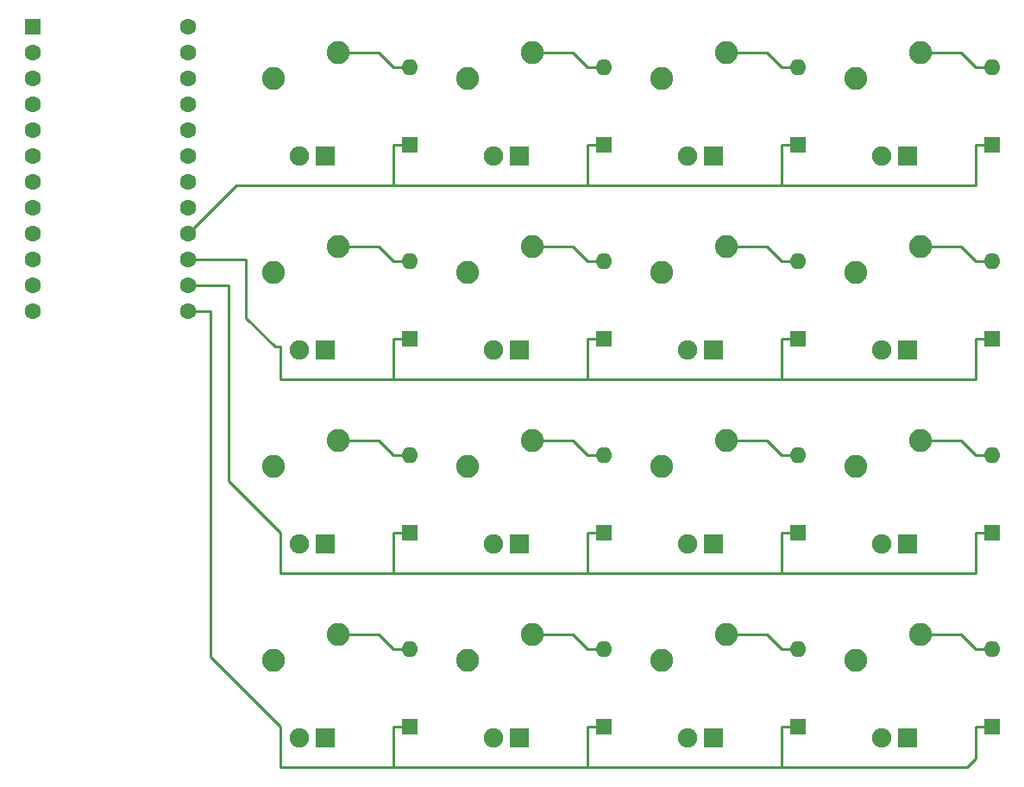
<source format=gbl>
G04 #@! TF.GenerationSoftware,KiCad,Pcbnew,(5.1.4)-1*
G04 #@! TF.CreationDate,2021-04-02T14:20:44+02:00*
G04 #@! TF.ProjectId,pcb-test,7063622d-7465-4737-942e-6b696361645f,rev?*
G04 #@! TF.SameCoordinates,Original*
G04 #@! TF.FileFunction,Copper,L2,Bot*
G04 #@! TF.FilePolarity,Positive*
%FSLAX46Y46*%
G04 Gerber Fmt 4.6, Leading zero omitted, Abs format (unit mm)*
G04 Created by KiCad (PCBNEW (5.1.4)-1) date 2021-04-02 14:20:44*
%MOMM*%
%LPD*%
G04 APERTURE LIST*
%ADD10R,1.905000X1.905000*%
%ADD11C,1.905000*%
%ADD12C,2.250000*%
%ADD13C,1.600000*%
%ADD14R,1.600000X1.600000*%
%ADD15O,1.600000X1.600000*%
%ADD16C,0.250000*%
G04 APERTURE END LIST*
D10*
X194945000Y-90805000D03*
D11*
X192405000Y-90805000D03*
D12*
X189865000Y-83185000D03*
X196215000Y-80645000D03*
D10*
X194945000Y-147955000D03*
D11*
X192405000Y-147955000D03*
D12*
X189865000Y-140335000D03*
X196215000Y-137795000D03*
D10*
X137763250Y-90773250D03*
D11*
X135223250Y-90773250D03*
D12*
X132683250Y-83153250D03*
X139033250Y-80613250D03*
D10*
X194945000Y-109855000D03*
D11*
X192405000Y-109855000D03*
D12*
X189865000Y-102235000D03*
X196215000Y-99695000D03*
D13*
X124301250Y-78105000D03*
X124301250Y-80645000D03*
X124301250Y-83185000D03*
X124301250Y-85725000D03*
X124301250Y-88265000D03*
X124301250Y-90805000D03*
X124301250Y-93345000D03*
X124301250Y-95885000D03*
X124301250Y-98425000D03*
X124301250Y-100965000D03*
X124301250Y-103505000D03*
X124301250Y-106045000D03*
X109061250Y-106045000D03*
X109061250Y-103505000D03*
X109061250Y-100965000D03*
X109061250Y-98425000D03*
X109061250Y-95885000D03*
X109061250Y-93345000D03*
X109061250Y-90805000D03*
X109061250Y-88265000D03*
X109061250Y-85725000D03*
X109061250Y-83185000D03*
X109061250Y-80645000D03*
D14*
X109061250Y-78105000D03*
D10*
X194945000Y-128905000D03*
D11*
X192405000Y-128905000D03*
D12*
X189865000Y-121285000D03*
X196215000Y-118745000D03*
D10*
X175895000Y-147955000D03*
D11*
X173355000Y-147955000D03*
D12*
X170815000Y-140335000D03*
X177165000Y-137795000D03*
D10*
X175895000Y-128905000D03*
D11*
X173355000Y-128905000D03*
D12*
X170815000Y-121285000D03*
X177165000Y-118745000D03*
D10*
X175895000Y-109855000D03*
D11*
X173355000Y-109855000D03*
D12*
X170815000Y-102235000D03*
X177165000Y-99695000D03*
D10*
X175895000Y-90805000D03*
D11*
X173355000Y-90805000D03*
D12*
X170815000Y-83185000D03*
X177165000Y-80645000D03*
D10*
X156813250Y-147923250D03*
D11*
X154273250Y-147923250D03*
D12*
X151733250Y-140303250D03*
X158083250Y-137763250D03*
D10*
X156813250Y-128873250D03*
D11*
X154273250Y-128873250D03*
D12*
X151733250Y-121253250D03*
X158083250Y-118713250D03*
D10*
X156813250Y-109823250D03*
D11*
X154273250Y-109823250D03*
D12*
X151733250Y-102203250D03*
X158083250Y-99663250D03*
D10*
X156813250Y-90773250D03*
D11*
X154273250Y-90773250D03*
D12*
X151733250Y-83153250D03*
X158083250Y-80613250D03*
D10*
X137763250Y-147923250D03*
D11*
X135223250Y-147923250D03*
D12*
X132683250Y-140303250D03*
X139033250Y-137763250D03*
D10*
X137763250Y-128873250D03*
D11*
X135223250Y-128873250D03*
D12*
X132683250Y-121253250D03*
X139033250Y-118713250D03*
D10*
X137763250Y-109823250D03*
D11*
X135223250Y-109823250D03*
D12*
X132683250Y-102203250D03*
X139033250Y-99663250D03*
D15*
X203200000Y-139223750D03*
D14*
X203200000Y-146843750D03*
D15*
X203200000Y-120173750D03*
D14*
X203200000Y-127793750D03*
D15*
X203200000Y-101123750D03*
D14*
X203200000Y-108743750D03*
D15*
X203200000Y-82073750D03*
D14*
X203200000Y-89693750D03*
D15*
X184150000Y-139223750D03*
D14*
X184150000Y-146843750D03*
D15*
X184150000Y-120173750D03*
D14*
X184150000Y-127793750D03*
D15*
X184150000Y-101123750D03*
D14*
X184150000Y-108743750D03*
D15*
X184150000Y-82073750D03*
D14*
X184150000Y-89693750D03*
D15*
X165100000Y-139223750D03*
D14*
X165100000Y-146843750D03*
D15*
X165100000Y-120173750D03*
D14*
X165100000Y-127793750D03*
D15*
X165100000Y-101123750D03*
D14*
X165100000Y-108743750D03*
D15*
X165100000Y-82073750D03*
D14*
X165100000Y-89693750D03*
D15*
X146050000Y-139223750D03*
D14*
X146050000Y-146843750D03*
D15*
X146050000Y-120173750D03*
D14*
X146050000Y-127793750D03*
D15*
X146050000Y-101123750D03*
D14*
X146050000Y-108743750D03*
D15*
X146050000Y-82073750D03*
D14*
X146050000Y-89693750D03*
D16*
X143002000Y-80613250D02*
X144462500Y-82073750D01*
X139033250Y-80613250D02*
X143002000Y-80613250D01*
X144462500Y-82073750D02*
X146050000Y-82073750D01*
X201612500Y-89693750D02*
X201612500Y-93662500D01*
X201612500Y-93662500D02*
X182562500Y-93662500D01*
X182562500Y-93662500D02*
X182562500Y-89693750D01*
X182562500Y-93662500D02*
X163512500Y-93662500D01*
X144462500Y-89693750D02*
X144462500Y-93662500D01*
X144462500Y-93662500D02*
X163512500Y-93662500D01*
X163512500Y-93662500D02*
X163512500Y-90487500D01*
X163512500Y-89693750D02*
X163512500Y-90487500D01*
X129063750Y-93662500D02*
X124301250Y-98425000D01*
X144462500Y-93662500D02*
X129063750Y-93662500D01*
X146050000Y-89693750D02*
X144462500Y-89693750D01*
X165100000Y-89693750D02*
X163512500Y-89693750D01*
X184150000Y-89693750D02*
X182562500Y-89693750D01*
X203200000Y-89693750D02*
X201612500Y-89693750D01*
X143002000Y-99663250D02*
X139033250Y-99663250D01*
X146050000Y-101123750D02*
X144462500Y-101123750D01*
X144462500Y-101123750D02*
X143002000Y-99663250D01*
X201612500Y-108743750D02*
X201612500Y-112712500D01*
X201612500Y-112712500D02*
X182562500Y-112712500D01*
X182562500Y-108743750D02*
X182562500Y-112712500D01*
X182562500Y-112712500D02*
X163512500Y-112712500D01*
X163512500Y-108743750D02*
X163512500Y-112712500D01*
X163512500Y-108743750D02*
X163512500Y-109793750D01*
X163512500Y-109793750D02*
X163512500Y-112712500D01*
X163512500Y-112712500D02*
X144462500Y-112712500D01*
X144462500Y-112712500D02*
X144462500Y-108743750D01*
X133350000Y-112712500D02*
X144462500Y-112712500D01*
X132873750Y-109537500D02*
X133350000Y-109537500D01*
X130016250Y-106680000D02*
X132873750Y-109537500D01*
X133350000Y-109537500D02*
X133350000Y-112712500D01*
X124301250Y-100965000D02*
X130016250Y-100965000D01*
X130016250Y-100965000D02*
X130016250Y-106680000D01*
X203200000Y-108743750D02*
X201612500Y-108743750D01*
X184150000Y-108743750D02*
X182562500Y-108743750D01*
X146050000Y-108743750D02*
X145000000Y-108743750D01*
X145000000Y-108743750D02*
X144462500Y-108743750D01*
X165100000Y-108743750D02*
X163512500Y-108743750D01*
X143002000Y-118713250D02*
X139033250Y-118713250D01*
X146050000Y-120173750D02*
X144462500Y-120173750D01*
X144462500Y-120173750D02*
X143002000Y-118713250D01*
X201612500Y-127793750D02*
X201612500Y-131762500D01*
X201612500Y-131762500D02*
X182562500Y-131762500D01*
X182562500Y-131762500D02*
X182562500Y-127793750D01*
X182562500Y-131762500D02*
X163512500Y-131762500D01*
X163512500Y-131762500D02*
X163512500Y-127793750D01*
X163512500Y-131762500D02*
X144462500Y-131762500D01*
X144462500Y-131762500D02*
X144462500Y-127793750D01*
X133350000Y-131762500D02*
X144462500Y-131762500D01*
X133350000Y-127793750D02*
X133350000Y-131762500D01*
X128270000Y-122713750D02*
X133350000Y-127793750D01*
X124301250Y-103505000D02*
X128270000Y-103505000D01*
X128270000Y-103505000D02*
X128270000Y-122713750D01*
X203200000Y-127793750D02*
X201612500Y-127793750D01*
X184150000Y-127793750D02*
X182562500Y-127793750D01*
X165100000Y-127793750D02*
X163512500Y-127793750D01*
X146050000Y-127793750D02*
X144462500Y-127793750D01*
X143002000Y-137763250D02*
X144462500Y-139223750D01*
X139033250Y-137763250D02*
X143002000Y-137763250D01*
X146050000Y-139223750D02*
X144462500Y-139223750D01*
X182562500Y-146843750D02*
X182562500Y-150812500D01*
X182562500Y-150812500D02*
X163512500Y-150812500D01*
X163512500Y-150812500D02*
X163512500Y-146843750D01*
X163512500Y-150812500D02*
X144462500Y-150812500D01*
X144462500Y-150812500D02*
X144462500Y-146843750D01*
X133350000Y-150812500D02*
X144462500Y-150812500D01*
X133350000Y-146843750D02*
X133350000Y-150812500D01*
X126523750Y-140017500D02*
X133350000Y-146843750D01*
X124301250Y-106045000D02*
X126523750Y-106045000D01*
X126523750Y-106045000D02*
X126523750Y-140017500D01*
X201612500Y-146843750D02*
X201612500Y-150018750D01*
X201612500Y-150018750D02*
X200818750Y-150812500D01*
X200818750Y-150812500D02*
X182562500Y-150812500D01*
X203200000Y-146843750D02*
X201612500Y-146843750D01*
X184150000Y-146843750D02*
X182562500Y-146843750D01*
X146050000Y-146843750D02*
X144462500Y-146843750D01*
X165100000Y-146843750D02*
X163512500Y-146843750D01*
X162052000Y-80613250D02*
X158083250Y-80613250D01*
X165100000Y-82073750D02*
X163512500Y-82073750D01*
X163512500Y-82073750D02*
X162052000Y-80613250D01*
X162052000Y-99663250D02*
X163512500Y-101123750D01*
X158083250Y-99663250D02*
X162052000Y-99663250D01*
X165100000Y-101123750D02*
X163512500Y-101123750D01*
X162052000Y-118713250D02*
X163512500Y-120173750D01*
X158083250Y-118713250D02*
X162052000Y-118713250D01*
X165100000Y-120173750D02*
X163512500Y-120173750D01*
X162052000Y-137763250D02*
X163512500Y-139223750D01*
X158083250Y-137763250D02*
X162052000Y-137763250D01*
X165100000Y-139223750D02*
X163512500Y-139223750D01*
X181133750Y-80645000D02*
X177165000Y-80645000D01*
X184150000Y-82073750D02*
X182562500Y-82073750D01*
X182562500Y-82073750D02*
X181133750Y-80645000D01*
X181133750Y-99695000D02*
X177165000Y-99695000D01*
X184150000Y-101123750D02*
X182562500Y-101123750D01*
X182562500Y-101123750D02*
X181133750Y-99695000D01*
X181133750Y-118745000D02*
X182562500Y-120173750D01*
X177165000Y-118745000D02*
X181133750Y-118745000D01*
X184150000Y-120173750D02*
X182562500Y-120173750D01*
X181133750Y-137795000D02*
X177165000Y-137795000D01*
X184150000Y-139223750D02*
X182562500Y-139223750D01*
X182562500Y-139223750D02*
X181133750Y-137795000D01*
X203200000Y-82073750D02*
X201612500Y-82073750D01*
X200183750Y-80645000D02*
X196215000Y-80645000D01*
X201612500Y-82073750D02*
X200183750Y-80645000D01*
X200183750Y-99695000D02*
X201612500Y-101123750D01*
X196215000Y-99695000D02*
X200183750Y-99695000D01*
X203200000Y-101123750D02*
X201612500Y-101123750D01*
X200183750Y-118745000D02*
X201612500Y-120173750D01*
X196215000Y-118745000D02*
X200183750Y-118745000D01*
X203200000Y-120173750D02*
X201612500Y-120173750D01*
X203200000Y-139223750D02*
X201612500Y-139223750D01*
X200183750Y-137795000D02*
X196215000Y-137795000D01*
X201612500Y-139223750D02*
X200183750Y-137795000D01*
M02*

</source>
